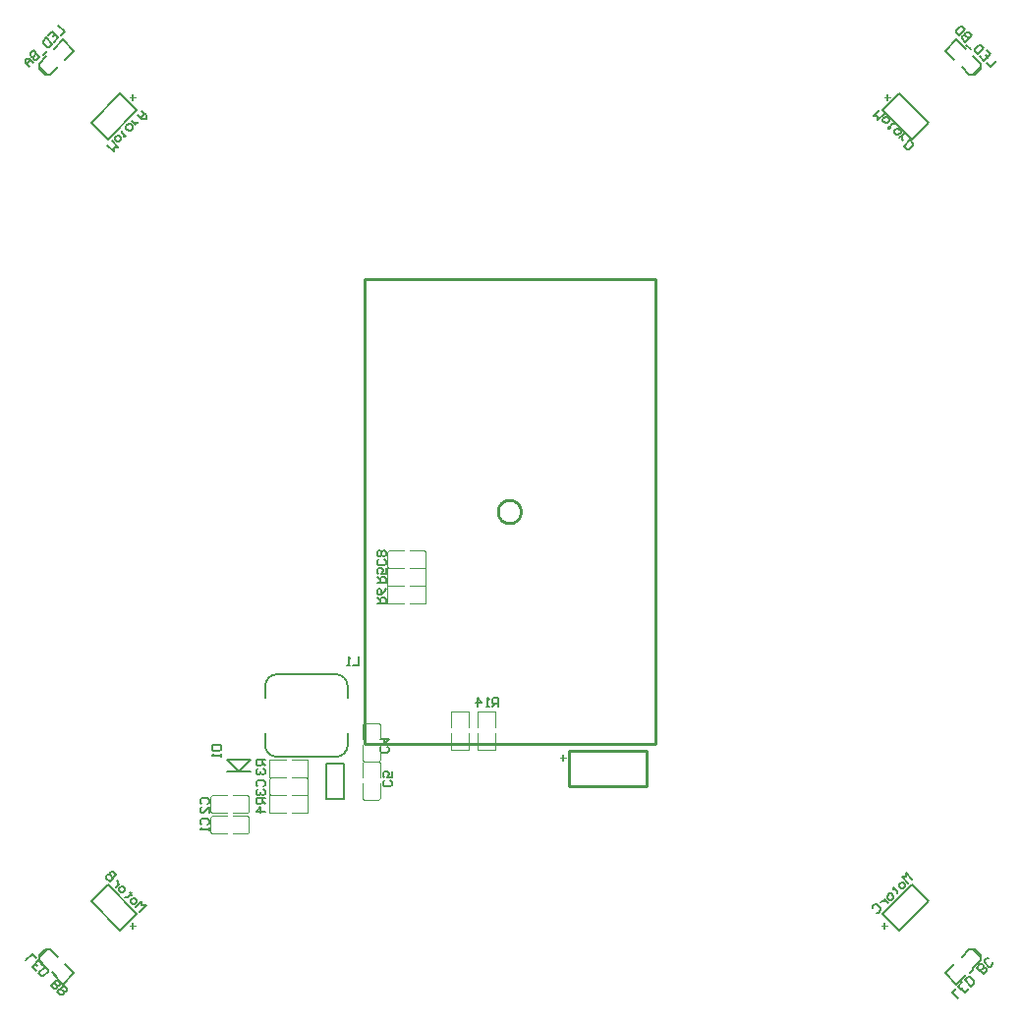
<source format=gbo>
G04 Layer_Color=32896*
%FSLAX25Y25*%
%MOIN*%
G70*
G01*
G75*
%ADD32C,0.01000*%
%ADD51C,0.00787*%
%ADD52C,0.00700*%
%ADD53C,0.00394*%
%ADD55C,0.00500*%
%ADD90C,0.00600*%
G36*
X128401Y140854D02*
X129240D01*
Y140288D01*
X128401D01*
Y139459D01*
X127839D01*
Y140288D01*
X127000D01*
Y140854D01*
X127839D01*
Y141684D01*
X128401D01*
Y140854D01*
D02*
G37*
G36*
X-127599D02*
X-126760D01*
Y140288D01*
X-127599D01*
Y139459D01*
X-128161D01*
Y140288D01*
X-129000D01*
Y140854D01*
X-128161D01*
Y141684D01*
X-127599D01*
Y140854D01*
D02*
G37*
G36*
Y-140146D02*
X-126760D01*
Y-140712D01*
X-127599D01*
Y-141541D01*
X-128161D01*
Y-140712D01*
X-129000D01*
Y-140146D01*
X-128161D01*
Y-139316D01*
X-127599D01*
Y-140146D01*
D02*
G37*
G36*
X127401D02*
X128240D01*
Y-140712D01*
X127401D01*
Y-141541D01*
X126839D01*
Y-140712D01*
X126000D01*
Y-140146D01*
X126839D01*
Y-139316D01*
X127401D01*
Y-140146D01*
D02*
G37*
G36*
X18401Y-83146D02*
X19240D01*
Y-83712D01*
X18401D01*
Y-84541D01*
X17839D01*
Y-83712D01*
X17000D01*
Y-83146D01*
X17839D01*
Y-82316D01*
X18401D01*
Y-83146D01*
D02*
G37*
D32*
X3937Y0D02*
G03*
X3937Y0I-3937J0D01*
G01*
X-49160Y-78500D02*
Y78980D01*
Y-78500D02*
X49266D01*
Y78980D01*
X-49160Y79000D02*
X49266D01*
X46500Y-93000D02*
Y-81000D01*
X20000Y-93000D02*
X46500D01*
X20000D02*
Y-81000D01*
X46500D01*
D51*
X-59000Y-83000D02*
G03*
X-55000Y-79000I0J4000D01*
G01*
X-83000D02*
G03*
X-79000Y-83000I4000J0D01*
G01*
Y-55000D02*
G03*
X-83000Y-59000I0J-4000D01*
G01*
X-55000D02*
G03*
X-59000Y-55000I-4000J0D01*
G01*
X-55000Y-79000D02*
Y-75000D01*
X-79000Y-83000D02*
X-59000D01*
X-55000Y-63000D02*
Y-59000D01*
X-79000Y-55000D02*
X-59000D01*
X-83000Y-79000D02*
Y-75000D01*
Y-63000D02*
Y-59000D01*
D52*
X-62425Y-97165D02*
X-56126D01*
X-62425Y-85354D02*
X-56126D01*
Y-97165D02*
Y-85354D01*
X-62425Y-97165D02*
Y-85354D01*
X-95937Y-83921D02*
X-92000Y-87858D01*
X-88063Y-83921D01*
X-95937Y-87858D02*
X-88063D01*
X-95937Y-83921D02*
X-88063D01*
D53*
X-41500Y-25000D02*
X-36000D01*
X-41500D02*
Y-19000D01*
X-36000D01*
X-34000Y-25000D02*
X-28500D01*
Y-19000D01*
X-34000D02*
X-28500D01*
X-41500Y-18500D02*
X-41000Y-19000D01*
X-36000D01*
X-41000Y-13000D02*
X-36000D01*
X-41500Y-13500D02*
X-41000Y-13000D01*
X-41500Y-18500D02*
Y-13500D01*
X-34000Y-13000D02*
X-29000D01*
X-28500Y-13500D01*
X-34000Y-19000D02*
X-29000D01*
X-28500Y-18500D01*
Y-13500D01*
X-34000Y-25000D02*
X-28500D01*
Y-31000D02*
Y-25000D01*
X-34000Y-31000D02*
X-28500D01*
X-41500Y-25000D02*
X-36000D01*
X-41500Y-31000D02*
Y-25000D01*
Y-31000D02*
X-36000D01*
X-81500Y-102000D02*
X-76000D01*
X-81500D02*
Y-96000D01*
X-76000D01*
X-74000Y-102000D02*
X-68500D01*
Y-96000D01*
X-74000D02*
X-68500D01*
X-69000Y-90000D02*
X-68500Y-90500D01*
X-74000Y-90000D02*
X-69000D01*
X-74000Y-96000D02*
X-69000D01*
X-68500Y-95500D01*
Y-90500D01*
X-81000Y-96000D02*
X-76000D01*
X-81500Y-95500D02*
X-81000Y-96000D01*
Y-90000D02*
X-76000D01*
X-81500Y-90500D02*
X-81000Y-90000D01*
X-81500Y-95500D02*
Y-90500D01*
X-74000Y-84000D02*
X-68500D01*
Y-90000D02*
Y-84000D01*
X-74000Y-90000D02*
X-68500D01*
X-81500Y-84000D02*
X-76000D01*
X-81500Y-90000D02*
Y-84000D01*
Y-90000D02*
X-76000D01*
X-5000Y-80500D02*
Y-75000D01*
X-11000Y-80500D02*
X-5000D01*
X-11000D02*
Y-75000D01*
X-5000Y-73000D02*
Y-67500D01*
X-11000D02*
X-5000D01*
X-11000Y-73000D02*
Y-67500D01*
X-20000Y-73000D02*
Y-67500D01*
X-14000D01*
Y-73000D02*
Y-67500D01*
X-20000Y-80500D02*
Y-75000D01*
Y-80500D02*
X-14000D01*
Y-75000D01*
X-89000Y-96000D02*
X-88500Y-96500D01*
X-94000Y-96000D02*
X-89000D01*
X-94000Y-102000D02*
X-89000D01*
X-88500Y-101500D01*
Y-96500D01*
X-101000Y-102000D02*
X-96000D01*
X-101500Y-101500D02*
X-101000Y-102000D01*
Y-96000D02*
X-96000D01*
X-101500Y-96500D02*
X-101000Y-96000D01*
X-101500Y-101500D02*
Y-96500D01*
X-89000Y-103000D02*
X-88500Y-103500D01*
X-94000Y-103000D02*
X-89000D01*
X-94000Y-109000D02*
X-89000D01*
X-88500Y-108500D01*
Y-103500D01*
X-101000Y-109000D02*
X-96000D01*
X-101500Y-108500D02*
X-101000Y-109000D01*
Y-103000D02*
X-96000D01*
X-101500Y-103500D02*
X-101000Y-103000D01*
X-101500Y-108500D02*
Y-103500D01*
X-44500Y-97500D02*
X-44000Y-97000D01*
Y-92000D01*
X-50000Y-97000D02*
Y-92000D01*
Y-97000D02*
X-49500Y-97500D01*
X-44500D01*
X-50000Y-90000D02*
Y-85000D01*
X-49500Y-84500D01*
X-44000Y-90000D02*
Y-85000D01*
X-44500Y-84500D02*
X-44000Y-85000D01*
X-49500Y-84500D02*
X-44500D01*
X-50000Y-72000D02*
X-49500Y-71500D01*
X-50000Y-77000D02*
Y-72000D01*
X-44000Y-77000D02*
Y-72000D01*
X-44500Y-71500D02*
X-44000Y-72000D01*
X-49500Y-71500D02*
X-44500D01*
X-44000Y-84000D02*
Y-79000D01*
X-44500Y-84500D02*
X-44000Y-84000D01*
X-50000D02*
Y-79000D01*
Y-84000D02*
X-49500Y-84500D01*
X-44500D01*
D55*
X157689Y148363D02*
X159637Y150311D01*
X147806Y156436D02*
X150868Y153374D01*
X151564Y160194D02*
X154626Y157132D01*
X147806Y156436D02*
X151564Y160194D01*
X153374Y150868D02*
X155879Y148363D01*
X157132Y154626D02*
X159637Y152121D01*
Y151007D02*
Y152121D01*
Y150311D02*
Y151146D01*
X156714Y148363D02*
X157689D01*
X156993D02*
X159637Y151007D01*
X155879Y148363D02*
X156993D01*
X157689Y-148363D02*
X159637Y-150311D01*
X151564Y-160194D02*
X154626Y-157132D01*
X147806Y-156436D02*
X150868Y-153374D01*
X147806Y-156436D02*
X151564Y-160194D01*
X157132Y-154626D02*
X159637Y-152121D01*
X153374Y-150868D02*
X155879Y-148363D01*
X156993D01*
X156853D02*
X157689D01*
X159637Y-151286D02*
Y-150311D01*
X156993Y-148363D02*
X159637Y-151007D01*
Y-152121D02*
Y-151007D01*
X-159637Y-150311D02*
X-157689Y-148363D01*
X-150868Y-153374D02*
X-147806Y-156436D01*
X-154626Y-157132D02*
X-151564Y-160194D01*
X-147806Y-156436D01*
X-155879Y-148363D02*
X-153374Y-150868D01*
X-159637Y-152121D02*
X-157132Y-154626D01*
X-159637Y-152121D02*
Y-151007D01*
Y-151146D02*
Y-150311D01*
X-157689Y-148363D02*
X-156714D01*
X-159637Y-151007D02*
X-156993Y-148363D01*
X-155879D01*
X-159637Y150311D02*
X-157689Y148363D01*
X-154626Y157132D02*
X-151564Y160194D01*
X-150868Y153374D02*
X-147806Y156436D01*
X-151564Y160194D02*
X-147806Y156436D01*
X-159637Y152121D02*
X-157132Y154626D01*
X-155879Y148363D02*
X-153374Y150868D01*
X-156993Y148363D02*
X-155879D01*
X-157689D02*
X-156853D01*
X-159637Y150311D02*
Y151286D01*
Y151007D02*
X-156993Y148363D01*
X-159637Y151007D02*
Y152121D01*
X-4000Y-66000D02*
Y-63001D01*
X-5500D01*
X-5999Y-63501D01*
Y-64500D01*
X-5500Y-65000D01*
X-4000D01*
X-5000D02*
X-5999Y-66000D01*
X-6999D02*
X-7999D01*
X-7499D01*
Y-63001D01*
X-6999Y-63501D01*
X-10998Y-66000D02*
Y-63001D01*
X-9498Y-64500D01*
X-11498D01*
X-45000Y-31000D02*
X-42001D01*
Y-29500D01*
X-42501Y-29001D01*
X-43501D01*
X-44000Y-29500D01*
Y-31000D01*
Y-30000D02*
X-45000Y-29001D01*
X-42001Y-26002D02*
X-42501Y-27001D01*
X-43501Y-28001D01*
X-44500D01*
X-45000Y-27501D01*
Y-26501D01*
X-44500Y-26002D01*
X-44000D01*
X-43501Y-26501D01*
Y-28001D01*
X-45000Y-24000D02*
X-42001D01*
Y-22501D01*
X-42501Y-22001D01*
X-43501D01*
X-44000Y-22501D01*
Y-24000D01*
Y-23000D02*
X-45000Y-22001D01*
X-42001Y-19002D02*
Y-21001D01*
X-43501D01*
X-43001Y-20001D01*
Y-19501D01*
X-43501Y-19002D01*
X-44500D01*
X-45000Y-19501D01*
Y-20501D01*
X-44500Y-21001D01*
X-83000Y-97000D02*
X-85999D01*
Y-98500D01*
X-85499Y-98999D01*
X-84500D01*
X-84000Y-98500D01*
Y-97000D01*
Y-98000D02*
X-83000Y-98999D01*
Y-101499D02*
X-85999D01*
X-84500Y-99999D01*
Y-101998D01*
X-83000Y-84000D02*
X-85999D01*
Y-85500D01*
X-85499Y-85999D01*
X-84500D01*
X-84000Y-85500D01*
Y-84000D01*
Y-85000D02*
X-83000Y-85999D01*
X-85499Y-86999D02*
X-85999Y-87499D01*
Y-88499D01*
X-85499Y-88998D01*
X-84999D01*
X-84500Y-88499D01*
Y-87999D01*
Y-88499D01*
X-84000Y-88998D01*
X-83500D01*
X-83000Y-88499D01*
Y-87499D01*
X-83500Y-86999D01*
X165121Y153121D02*
X163000Y151000D01*
X161586Y152414D01*
Y156655D02*
X163000Y155241D01*
X160879Y153121D01*
X159466Y154534D01*
X161940Y154181D02*
X161233Y154888D01*
X160879Y157362D02*
X158759Y155241D01*
X157698Y156302D01*
X157698Y157009D01*
X159112Y158422D01*
X159819D01*
X160879Y157362D01*
X156285Y157009D02*
X154871Y158422D01*
X156638Y161603D02*
X154517Y159483D01*
X153457Y160543D01*
X153457Y161250D01*
X153811Y161603D01*
X154517Y161603D01*
X155578Y160543D01*
X154517Y161603D01*
Y162310D01*
X154871Y162663D01*
X155578D01*
X156638Y161603D01*
X154517Y163724D02*
X152397Y161603D01*
X151337Y162663D01*
Y163370D01*
X152750Y164784D01*
X153457Y164784D01*
X154517Y163724D01*
X152121Y-165121D02*
X150000Y-163000D01*
X151414Y-161586D01*
X155655D02*
X154241Y-163000D01*
X152121Y-160879D01*
X153534Y-159466D01*
X153181Y-161940D02*
X153888Y-161233D01*
X156362Y-160879D02*
X154241Y-158759D01*
X155302Y-157698D01*
X156009Y-157698D01*
X157422Y-159112D01*
Y-159819D01*
X156362Y-160879D01*
X156009Y-156285D02*
X157422Y-154871D01*
X160603Y-156638D02*
X158483Y-154517D01*
X159543Y-153457D01*
X160250Y-153457D01*
X160603Y-153811D01*
X160603Y-154517D01*
X159543Y-155578D01*
X160603Y-154517D01*
X161310D01*
X161663Y-154871D01*
Y-155578D01*
X160603Y-156638D01*
X163784Y-152750D02*
X163784Y-153457D01*
X163077Y-154164D01*
X162370D01*
X160957Y-152750D01*
Y-152043D01*
X161663Y-151337D01*
X162370D01*
X-164121Y-152121D02*
X-162000Y-150000D01*
X-160586Y-151414D01*
Y-155655D02*
X-162000Y-154241D01*
X-159879Y-152121D01*
X-158466Y-153534D01*
X-160940Y-153181D02*
X-160233Y-153888D01*
X-159879Y-156362D02*
X-157759Y-154241D01*
X-156698Y-155302D01*
X-156698Y-156009D01*
X-158112Y-157422D01*
X-158819D01*
X-159879Y-156362D01*
X-155285Y-156009D02*
X-153871Y-157422D01*
X-155638Y-160603D02*
X-153517Y-158483D01*
X-152457Y-159543D01*
X-152457Y-160250D01*
X-152811Y-160603D01*
X-153517Y-160603D01*
X-154578Y-159543D01*
X-153517Y-160603D01*
Y-161310D01*
X-153871Y-161663D01*
X-154578D01*
X-155638Y-160603D01*
X-153517Y-162724D02*
X-151397Y-160603D01*
X-150337Y-161663D01*
Y-162370D01*
X-150690Y-162724D01*
X-151397D01*
X-152457Y-161663D01*
X-151397Y-162724D01*
Y-163431D01*
X-151750Y-163784D01*
X-152457Y-163784D01*
X-153517Y-162724D01*
X-153121Y165121D02*
X-151000Y163000D01*
X-152414Y161586D01*
X-156655D02*
X-155241Y163000D01*
X-153121Y160879D01*
X-154534Y159466D01*
X-154181Y161940D02*
X-154888Y161233D01*
X-157362Y160879D02*
X-155241Y158759D01*
X-156302Y157698D01*
X-157009Y157698D01*
X-158422Y159112D01*
Y159819D01*
X-157362Y160879D01*
X-157009Y156285D02*
X-158422Y154871D01*
X-161603Y156638D02*
X-159483Y154517D01*
X-160543Y153457D01*
X-161250Y153457D01*
X-161603Y153811D01*
X-161603Y154517D01*
X-160543Y155578D01*
X-161603Y154517D01*
X-162310D01*
X-162663Y154871D01*
Y155578D01*
X-161603Y156638D01*
Y152397D02*
X-163017Y153811D01*
X-164431D01*
X-164431Y152397D01*
X-163017Y150983D01*
X-164077Y152043D01*
X-162663Y153457D01*
X-100999Y-79000D02*
X-98000D01*
Y-80500D01*
X-98500Y-80999D01*
X-100499D01*
X-100999Y-80500D01*
Y-79000D01*
X-98000Y-81999D02*
Y-82999D01*
Y-82499D01*
X-100999D01*
X-100499Y-81999D01*
X-42501Y-16001D02*
X-42001Y-16500D01*
Y-17500D01*
X-42501Y-18000D01*
X-44500D01*
X-45000Y-17500D01*
Y-16500D01*
X-44500Y-16001D01*
X-42501Y-15001D02*
X-42001Y-14501D01*
Y-13501D01*
X-42501Y-13002D01*
X-43001D01*
X-43501Y-13501D01*
X-44000Y-13002D01*
X-44500D01*
X-45000Y-13501D01*
Y-14501D01*
X-44500Y-15001D01*
X-44000D01*
X-43501Y-14501D01*
X-43001Y-15001D01*
X-42501D01*
X-43501Y-14501D02*
Y-13501D01*
X-40501Y-91001D02*
X-40001Y-91501D01*
Y-92500D01*
X-40501Y-93000D01*
X-42500D01*
X-43000Y-92500D01*
Y-91501D01*
X-42500Y-91001D01*
X-40001Y-88002D02*
Y-90001D01*
X-41500D01*
X-41001Y-89001D01*
Y-88501D01*
X-41500Y-88002D01*
X-42500D01*
X-43000Y-88501D01*
Y-89501D01*
X-42500Y-90001D01*
X-41501Y-79501D02*
X-41001Y-80001D01*
Y-81000D01*
X-41501Y-81500D01*
X-43500D01*
X-44000Y-81000D01*
Y-80001D01*
X-43500Y-79501D01*
X-44000Y-77001D02*
X-41001D01*
X-42500Y-78501D01*
Y-76502D01*
X-85499Y-92999D02*
X-85999Y-92500D01*
Y-91500D01*
X-85499Y-91000D01*
X-83500D01*
X-83000Y-91500D01*
Y-92500D01*
X-83500Y-92999D01*
X-85499Y-93999D02*
X-85999Y-94499D01*
Y-95499D01*
X-85499Y-95998D01*
X-84999D01*
X-84500Y-95499D01*
Y-94999D01*
Y-95499D01*
X-84000Y-95998D01*
X-83500D01*
X-83000Y-95499D01*
Y-94499D01*
X-83500Y-93999D01*
X-104499Y-98999D02*
X-104999Y-98500D01*
Y-97500D01*
X-104499Y-97000D01*
X-102500D01*
X-102000Y-97500D01*
Y-98500D01*
X-102500Y-98999D01*
X-102000Y-101998D02*
Y-99999D01*
X-103999Y-101998D01*
X-104499D01*
X-104999Y-101499D01*
Y-100499D01*
X-104499Y-99999D01*
Y-105999D02*
X-104999Y-105499D01*
Y-104500D01*
X-104499Y-104000D01*
X-102500D01*
X-102000Y-104500D01*
Y-105499D01*
X-102500Y-105999D01*
X-102000Y-106999D02*
Y-107999D01*
Y-107499D01*
X-104999D01*
X-104499Y-106999D01*
X125500Y136500D02*
X123379Y134379D01*
X124793D01*
X124793Y132966D01*
X126914Y135086D01*
X127974Y134026D02*
X128681Y133319D01*
X128681Y132612D01*
X127974Y131905D01*
X127267D01*
X126560Y132612D01*
X126560Y133319D01*
X127267Y134026D01*
X127974D01*
X128328Y130138D02*
X128681Y130491D01*
X128328Y130845D01*
X129034Y130138D01*
X128681Y130491D01*
X129741Y131552D01*
X130448D01*
X131862Y130138D02*
X132569Y129431D01*
Y128724D01*
X131862Y128017D01*
X131155D01*
X130448Y128724D01*
X130448Y129431D01*
X131155Y130138D01*
X131862D01*
X132215Y126957D02*
X133629Y128371D01*
X132922Y127664D01*
Y126957D01*
Y126250D01*
X133276Y125897D01*
X133629Y124130D02*
X135750Y126250D01*
X136810Y125190D01*
Y124483D01*
X135396Y123069D01*
X134689Y123069D01*
X133629Y124130D01*
X136500Y-124500D02*
X134379Y-122379D01*
Y-123793D01*
X132966Y-123793D01*
X135086Y-125914D01*
X134026Y-126974D02*
X133319Y-127681D01*
X132612Y-127681D01*
X131905Y-126974D01*
Y-126267D01*
X132612Y-125560D01*
X133319Y-125560D01*
X134026Y-126267D01*
Y-126974D01*
X130138Y-127328D02*
X130491Y-127681D01*
X130845Y-127328D01*
X130138Y-128034D01*
X130491Y-127681D01*
X131552Y-128741D01*
Y-129448D01*
X130138Y-130862D02*
X129431Y-131569D01*
X128724D01*
X128017Y-130862D01*
Y-130155D01*
X128724Y-129448D01*
X129431Y-129448D01*
X130138Y-130155D01*
Y-130862D01*
X126957Y-131215D02*
X128371Y-132629D01*
X127664Y-131922D01*
X126957D01*
X126250D01*
X125897Y-132276D01*
X123069Y-134396D02*
X123069Y-133689D01*
X123776Y-132983D01*
X124483D01*
X125897Y-134396D01*
Y-135103D01*
X125190Y-135810D01*
X124483D01*
X-125500Y-135500D02*
X-123379Y-133379D01*
X-124793D01*
X-124793Y-131966D01*
X-126914Y-134086D01*
X-127974Y-133026D02*
X-128681Y-132319D01*
X-128681Y-131612D01*
X-127974Y-130905D01*
X-127267D01*
X-126560Y-131612D01*
X-126560Y-132319D01*
X-127267Y-133026D01*
X-127974D01*
X-128328Y-129138D02*
X-128681Y-129491D01*
X-128328Y-129845D01*
X-129034Y-129138D01*
X-128681Y-129491D01*
X-129741Y-130552D01*
X-130448D01*
X-131862Y-129138D02*
X-132569Y-128431D01*
Y-127724D01*
X-131862Y-127017D01*
X-131155D01*
X-130448Y-127724D01*
X-130448Y-128431D01*
X-131155Y-129138D01*
X-131862D01*
X-132215Y-125957D02*
X-133629Y-127371D01*
X-132922Y-126664D01*
Y-125957D01*
Y-125250D01*
X-133276Y-124897D01*
X-133629Y-123130D02*
X-135750Y-125250D01*
X-136810Y-124190D01*
Y-123483D01*
X-136457Y-123130D01*
X-135750D01*
X-134689Y-124190D01*
X-135750Y-123130D01*
Y-122423D01*
X-135396Y-122069D01*
X-134689Y-122069D01*
X-133629Y-123130D01*
X-136500Y124500D02*
X-134379Y122379D01*
Y123793D01*
X-132966Y123793D01*
X-135086Y125914D01*
X-134026Y126974D02*
X-133319Y127681D01*
X-132612Y127681D01*
X-131905Y126974D01*
Y126267D01*
X-132612Y125560D01*
X-133319Y125560D01*
X-134026Y126267D01*
Y126974D01*
X-130138Y127328D02*
X-130491Y127681D01*
X-130845Y127328D01*
X-130138Y128034D01*
X-130491Y127681D01*
X-131552Y128741D01*
Y129448D01*
X-130138Y130862D02*
X-129431Y131569D01*
X-128724D01*
X-128017Y130862D01*
Y130155D01*
X-128724Y129448D01*
X-129431Y129448D01*
X-130138Y130155D01*
Y130862D01*
X-126957Y131215D02*
X-128371Y132629D01*
X-127664Y131922D01*
X-126957D01*
X-126250D01*
X-125897Y132276D01*
X-126250Y134750D02*
X-124837Y133336D01*
X-123423D01*
X-123423Y134750D01*
X-124837Y136163D01*
X-123776Y135103D01*
X-125190Y133689D01*
X-51137Y-49141D02*
Y-52140D01*
X-53136D01*
X-54136D02*
X-55136D01*
X-54636D01*
Y-49141D01*
X-54136Y-49641D01*
D90*
X132147Y-142010D02*
X142046Y-132111D01*
X136389Y-126454D02*
X142046Y-132111D01*
X126490Y-136354D02*
X136389Y-126454D01*
X126490Y-136354D02*
X132147Y-142010D01*
X-136389Y-126454D02*
X-126490Y-136354D01*
X-142046Y-132111D02*
X-136389Y-126454D01*
X-142046Y-132111D02*
X-132147Y-142010D01*
X-126490Y-136354D01*
X126490Y136354D02*
X136389Y126454D01*
X142046Y132111D01*
X132147Y142010D02*
X142046Y132111D01*
X126490Y136354D02*
X132147Y142010D01*
X-142046Y132111D02*
X-132147Y142010D01*
X-142046Y132111D02*
X-136389Y126454D01*
X-126490Y136354D01*
X-132147Y142010D02*
X-126490Y136354D01*
M02*

</source>
